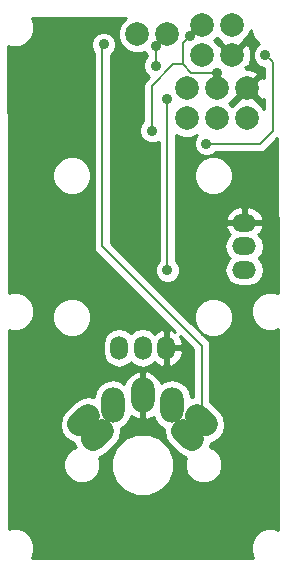
<source format=gbr>
G04 #@! TF.FileFunction,Copper,L2,Bot,Signal*
%FSLAX46Y46*%
G04 Gerber Fmt 4.6, Leading zero omitted, Abs format (unit mm)*
G04 Created by KiCad (PCBNEW 4.0.1-stable) date 2018/04/09 0:13:58*
%MOMM*%
G01*
G04 APERTURE LIST*
%ADD10C,0.100000*%
%ADD11C,2.000000*%
%ADD12C,2.000000*%
%ADD13O,2.000000X3.000000*%
%ADD14O,1.500000X2.000000*%
%ADD15O,2.000000X1.500000*%
%ADD16C,0.889000*%
%ADD17C,0.203200*%
%ADD18C,0.254000*%
G04 APERTURE END LIST*
D10*
D11*
X148030000Y-92500000D03*
X150570000Y-92500000D03*
X157340000Y-99670000D03*
X157340000Y-97130000D03*
X152260000Y-99670000D03*
X152260000Y-97130000D03*
X154800000Y-99670000D03*
X154800000Y-97130000D03*
X153520000Y-91800000D03*
X156060000Y-91800000D03*
X153520000Y-94340000D03*
X156060000Y-94340000D03*
D12*
X153146447Y-124846447D02*
X153853553Y-125553553D01*
X143146447Y-125553553D02*
X143853553Y-124846447D01*
D13*
X148500000Y-123100000D03*
D12*
X151956447Y-126106447D02*
X152663553Y-126813553D01*
D13*
X145960000Y-123920000D03*
X150980000Y-123920000D03*
D12*
X144336447Y-126813553D02*
X145043553Y-126106447D01*
D14*
X146500000Y-119100000D03*
X150500000Y-119100000D03*
D15*
X157100000Y-108500000D03*
X157100000Y-112500000D03*
D14*
X148500000Y-119100000D03*
D15*
X157100000Y-110500000D03*
D16*
X147700000Y-104800000D03*
X152600000Y-114700000D03*
X157100000Y-122000000D03*
X156900000Y-131700000D03*
X154000000Y-134600000D03*
X142900000Y-134700000D03*
X139500000Y-131600000D03*
X152800000Y-108500000D03*
X159000000Y-104900000D03*
X143500000Y-121700000D03*
X139450000Y-111700000D03*
X139450000Y-101400000D03*
X149600000Y-93500000D03*
X149600000Y-95200000D03*
X150600000Y-112500000D03*
X150600000Y-98000000D03*
X158900000Y-94300000D03*
X153900000Y-101800000D03*
X149300000Y-100700000D03*
X152500000Y-92700000D03*
X154800000Y-95800000D03*
X145200000Y-93400000D03*
D17*
X147700000Y-111500000D02*
X147700000Y-104800000D01*
X150900000Y-114700000D02*
X147700000Y-111500000D01*
X152600000Y-114700000D02*
X150900000Y-114700000D01*
X139500000Y-120000000D02*
X139500000Y-131600000D01*
X157100000Y-131500000D02*
X157100000Y-122000000D01*
X156900000Y-131700000D02*
X157100000Y-131500000D01*
X143000000Y-134600000D02*
X154000000Y-134600000D01*
X142900000Y-134700000D02*
X143000000Y-134600000D01*
X139450000Y-111700000D02*
X139500000Y-111700000D01*
X139450000Y-101400000D02*
X139500000Y-101400000D01*
X149600000Y-93500000D02*
X149600000Y-95200000D01*
X150600000Y-98000000D02*
X150600000Y-112500000D01*
X158900000Y-94300000D02*
X159500000Y-94900000D01*
X159500000Y-94900000D02*
X159500000Y-100700000D01*
X159500000Y-100700000D02*
X158400000Y-101800000D01*
X158400000Y-101800000D02*
X153900000Y-101800000D01*
X149300000Y-100700000D02*
X149300000Y-96900000D01*
X149300000Y-96900000D02*
X151100000Y-95100000D01*
X151100000Y-95100000D02*
X151900000Y-95100000D01*
X152500000Y-92700000D02*
X151900000Y-93300000D01*
X151900000Y-93300000D02*
X151900000Y-95100000D01*
X151900000Y-95100000D02*
X152600000Y-95800000D01*
X152600000Y-95800000D02*
X154800000Y-95800000D01*
X153500000Y-118900000D02*
X153500000Y-125200000D01*
X145100000Y-110500000D02*
X153500000Y-118900000D01*
X145100000Y-93500000D02*
X145100000Y-110500000D01*
X145200000Y-93400000D02*
X145100000Y-93500000D01*
D18*
G36*
X146644722Y-91572637D02*
X146395284Y-92173352D01*
X146394716Y-92823795D01*
X146643106Y-93424943D01*
X147102637Y-93885278D01*
X147703352Y-94134716D01*
X148353795Y-94135284D01*
X148644792Y-94015046D01*
X148684311Y-94110689D01*
X148863400Y-94290091D01*
X148863400Y-94410002D01*
X148685378Y-94587714D01*
X148520687Y-94984332D01*
X148520313Y-95413784D01*
X148684311Y-95810689D01*
X148987714Y-96114622D01*
X149027251Y-96131039D01*
X148779145Y-96379145D01*
X148619470Y-96618115D01*
X148563400Y-96900000D01*
X148563400Y-99910002D01*
X148385378Y-100087714D01*
X148220687Y-100484332D01*
X148220313Y-100913784D01*
X148384311Y-101310689D01*
X148687714Y-101614622D01*
X149084332Y-101779313D01*
X149513784Y-101779687D01*
X149863400Y-101635228D01*
X149863400Y-111710002D01*
X149685378Y-111887714D01*
X149520687Y-112284332D01*
X149520313Y-112713784D01*
X149684311Y-113110689D01*
X149987714Y-113414622D01*
X150384332Y-113579313D01*
X150813784Y-113579687D01*
X151210689Y-113415689D01*
X151514622Y-113112286D01*
X151679313Y-112715668D01*
X151679687Y-112286216D01*
X151515689Y-111889311D01*
X151336600Y-111709909D01*
X151336600Y-110500000D01*
X155432968Y-110500000D01*
X155538395Y-111030017D01*
X155838625Y-111479343D01*
X155869540Y-111500000D01*
X155838625Y-111520657D01*
X155538395Y-111969983D01*
X155432968Y-112500000D01*
X155538395Y-113030017D01*
X155838625Y-113479343D01*
X156287951Y-113779573D01*
X156817968Y-113885000D01*
X157382032Y-113885000D01*
X157912049Y-113779573D01*
X158361375Y-113479343D01*
X158661605Y-113030017D01*
X158767032Y-112500000D01*
X158661605Y-111969983D01*
X158361375Y-111520657D01*
X158330460Y-111500000D01*
X158361375Y-111479343D01*
X158661605Y-111030017D01*
X158767032Y-110500000D01*
X158661605Y-109969983D01*
X158361375Y-109520657D01*
X158311546Y-109487362D01*
X158402736Y-109416894D01*
X158673481Y-108944235D01*
X158692318Y-108841185D01*
X158569656Y-108627000D01*
X157227000Y-108627000D01*
X157227000Y-108647000D01*
X156973000Y-108647000D01*
X156973000Y-108627000D01*
X155630344Y-108627000D01*
X155507682Y-108841185D01*
X155526519Y-108944235D01*
X155797264Y-109416894D01*
X155888454Y-109487362D01*
X155838625Y-109520657D01*
X155538395Y-109969983D01*
X155432968Y-110500000D01*
X151336600Y-110500000D01*
X151336600Y-108158815D01*
X155507682Y-108158815D01*
X155630344Y-108373000D01*
X156973000Y-108373000D01*
X156973000Y-107268132D01*
X157227000Y-107268132D01*
X157227000Y-108373000D01*
X158569656Y-108373000D01*
X158692318Y-108158815D01*
X158673481Y-108055765D01*
X158402736Y-107583106D01*
X157971721Y-107250036D01*
X157446055Y-107107261D01*
X157227000Y-107268132D01*
X156973000Y-107268132D01*
X156753945Y-107107261D01*
X156228279Y-107250036D01*
X155797264Y-107583106D01*
X155526519Y-108055765D01*
X155507682Y-108158815D01*
X151336600Y-108158815D01*
X151336600Y-104824785D01*
X152859716Y-104824785D01*
X153108865Y-105427771D01*
X153569802Y-105889513D01*
X154172353Y-106139714D01*
X154824785Y-106140284D01*
X155427771Y-105891135D01*
X155889513Y-105430198D01*
X156139714Y-104827647D01*
X156140284Y-104175215D01*
X155891135Y-103572229D01*
X155430198Y-103110487D01*
X154827647Y-102860286D01*
X154175215Y-102859716D01*
X153572229Y-103108865D01*
X153110487Y-103569802D01*
X152860286Y-104172353D01*
X152859716Y-104824785D01*
X151336600Y-104824785D01*
X151336600Y-101056924D01*
X151933352Y-101304716D01*
X152583795Y-101305284D01*
X153068038Y-101105198D01*
X152985378Y-101187714D01*
X152820687Y-101584332D01*
X152820313Y-102013784D01*
X152984311Y-102410689D01*
X153287714Y-102714622D01*
X153684332Y-102879313D01*
X154113784Y-102879687D01*
X154510689Y-102715689D01*
X154690091Y-102536600D01*
X158400000Y-102536600D01*
X158681885Y-102480530D01*
X158920855Y-102320855D01*
X159895491Y-101346219D01*
X159924050Y-114483363D01*
X159627647Y-114360286D01*
X158975215Y-114359716D01*
X158372229Y-114608865D01*
X157910487Y-115069802D01*
X157660286Y-115672353D01*
X157659716Y-116324785D01*
X157908865Y-116927771D01*
X158369802Y-117389513D01*
X158972353Y-117639714D01*
X159624785Y-117640284D01*
X159930638Y-117513908D01*
X159967567Y-134501433D01*
X159627647Y-134360286D01*
X158975215Y-134359716D01*
X158372229Y-134608865D01*
X157910487Y-135069802D01*
X157660286Y-135672353D01*
X157659716Y-136324785D01*
X157886234Y-136873000D01*
X139113264Y-136873000D01*
X139339714Y-136327647D01*
X139340284Y-135675215D01*
X139091135Y-135072229D01*
X138630198Y-134610487D01*
X138027647Y-134360286D01*
X137375215Y-134359716D01*
X137221399Y-134423271D01*
X137202182Y-125583130D01*
X141481869Y-125583130D01*
X141606327Y-126208818D01*
X141960750Y-126739250D01*
X142491182Y-127093673D01*
X142731202Y-127141416D01*
X142796327Y-127468818D01*
X142830231Y-127519559D01*
X142408800Y-127693691D01*
X141975213Y-128126521D01*
X141740268Y-128692331D01*
X141739734Y-129304981D01*
X141973691Y-129871200D01*
X142406521Y-130304787D01*
X142972331Y-130539732D01*
X143584981Y-130540266D01*
X143645650Y-130515198D01*
X143720030Y-130515263D01*
X144277058Y-130285104D01*
X144703606Y-129859299D01*
X144843322Y-129522825D01*
X145859542Y-129522825D01*
X146260612Y-130493486D01*
X147002607Y-131236778D01*
X147972568Y-131639541D01*
X149022825Y-131640458D01*
X149993486Y-131239388D01*
X150736778Y-130497393D01*
X151139541Y-129527432D01*
X151140458Y-128477175D01*
X150739388Y-127506514D01*
X149997393Y-126763222D01*
X149027432Y-126360459D01*
X147977175Y-126359542D01*
X147006514Y-126760612D01*
X146263222Y-127502607D01*
X145860459Y-128472568D01*
X145859542Y-129522825D01*
X144843322Y-129522825D01*
X144934737Y-129302674D01*
X144935263Y-128699970D01*
X144802838Y-128379476D01*
X144932558Y-128353673D01*
X145462990Y-127999250D01*
X146229249Y-127232990D01*
X146583673Y-126702558D01*
X146708130Y-126076870D01*
X146675418Y-125912414D01*
X147116120Y-125617947D01*
X147470543Y-125087514D01*
X147510069Y-124888803D01*
X147991645Y-125159144D01*
X148119566Y-125190124D01*
X148373000Y-125070777D01*
X148373000Y-123227000D01*
X148353000Y-123227000D01*
X148353000Y-122973000D01*
X148373000Y-122973000D01*
X148373000Y-121129223D01*
X148119566Y-121009876D01*
X147991645Y-121040856D01*
X147433683Y-121354078D01*
X147038058Y-121856980D01*
X146964044Y-122120440D01*
X146585687Y-121867630D01*
X145960000Y-121743173D01*
X145334313Y-121867630D01*
X144803880Y-122222053D01*
X144449457Y-122752486D01*
X144345743Y-123273890D01*
X143883130Y-123181870D01*
X143257442Y-123306327D01*
X142727010Y-123660751D01*
X141960750Y-124427010D01*
X141606327Y-124957442D01*
X141481869Y-125583130D01*
X137202182Y-125583130D01*
X137187475Y-118817968D01*
X145115000Y-118817968D01*
X145115000Y-119382032D01*
X145220427Y-119912049D01*
X145520657Y-120361375D01*
X145969983Y-120661605D01*
X146500000Y-120767032D01*
X147030017Y-120661605D01*
X147479343Y-120361375D01*
X147500000Y-120330460D01*
X147520657Y-120361375D01*
X147969983Y-120661605D01*
X148500000Y-120767032D01*
X149030017Y-120661605D01*
X149479343Y-120361375D01*
X149512638Y-120311546D01*
X149583106Y-120402736D01*
X150055765Y-120673481D01*
X150158815Y-120692318D01*
X150373000Y-120569656D01*
X150373000Y-119227000D01*
X150627000Y-119227000D01*
X150627000Y-120569656D01*
X150841185Y-120692318D01*
X150944235Y-120673481D01*
X151416894Y-120402736D01*
X151749964Y-119971721D01*
X151892739Y-119446055D01*
X151731868Y-119227000D01*
X150627000Y-119227000D01*
X150373000Y-119227000D01*
X150353000Y-119227000D01*
X150353000Y-118973000D01*
X150373000Y-118973000D01*
X150373000Y-117630344D01*
X150158815Y-117507682D01*
X150055765Y-117526519D01*
X149583106Y-117797264D01*
X149512638Y-117888454D01*
X149479343Y-117838625D01*
X149030017Y-117538395D01*
X148500000Y-117432968D01*
X147969983Y-117538395D01*
X147520657Y-117838625D01*
X147500000Y-117869540D01*
X147479343Y-117838625D01*
X147030017Y-117538395D01*
X146500000Y-117432968D01*
X145969983Y-117538395D01*
X145520657Y-117838625D01*
X145220427Y-118287951D01*
X145115000Y-118817968D01*
X137187475Y-118817968D01*
X137184744Y-117561812D01*
X137372353Y-117639714D01*
X138024785Y-117640284D01*
X138627771Y-117391135D01*
X139089513Y-116930198D01*
X139133284Y-116824785D01*
X140859716Y-116824785D01*
X141108865Y-117427771D01*
X141569802Y-117889513D01*
X142172353Y-118139714D01*
X142824785Y-118140284D01*
X143427771Y-117891135D01*
X143889513Y-117430198D01*
X144139714Y-116827647D01*
X144140284Y-116175215D01*
X143891135Y-115572229D01*
X143430198Y-115110487D01*
X142827647Y-114860286D01*
X142175215Y-114859716D01*
X141572229Y-115108865D01*
X141110487Y-115569802D01*
X140860286Y-116172353D01*
X140859716Y-116824785D01*
X139133284Y-116824785D01*
X139339714Y-116327647D01*
X139340284Y-115675215D01*
X139091135Y-115072229D01*
X138630198Y-114610487D01*
X138027647Y-114360286D01*
X137375215Y-114359716D01*
X137177960Y-114441220D01*
X137157055Y-104824785D01*
X140859716Y-104824785D01*
X141108865Y-105427771D01*
X141569802Y-105889513D01*
X142172353Y-106139714D01*
X142824785Y-106140284D01*
X143427771Y-105891135D01*
X143889513Y-105430198D01*
X144139714Y-104827647D01*
X144140284Y-104175215D01*
X143891135Y-103572229D01*
X143430198Y-103110487D01*
X142827647Y-102860286D01*
X142175215Y-102859716D01*
X141572229Y-103108865D01*
X141110487Y-103569802D01*
X140860286Y-104172353D01*
X140859716Y-104824785D01*
X137157055Y-104824785D01*
X137132523Y-93540128D01*
X137372353Y-93639714D01*
X138024785Y-93640284D01*
X138088919Y-93613784D01*
X144120313Y-93613784D01*
X144284311Y-94010689D01*
X144363400Y-94089916D01*
X144363400Y-110500000D01*
X144419470Y-110781885D01*
X144579145Y-111020855D01*
X151273304Y-117715014D01*
X150944235Y-117526519D01*
X150841185Y-117507682D01*
X150627000Y-117630344D01*
X150627000Y-118973000D01*
X151731868Y-118973000D01*
X151892739Y-118753945D01*
X151749964Y-118228279D01*
X151625486Y-118067196D01*
X152763400Y-119205110D01*
X152763400Y-123252179D01*
X152596540Y-123285370D01*
X152490543Y-122752486D01*
X152136120Y-122222053D01*
X151605687Y-121867630D01*
X150980000Y-121743173D01*
X150354313Y-121867630D01*
X150026473Y-122086685D01*
X149961942Y-121856980D01*
X149566317Y-121354078D01*
X149008355Y-121040856D01*
X148880434Y-121009876D01*
X148627000Y-121129223D01*
X148627000Y-122973000D01*
X148647000Y-122973000D01*
X148647000Y-123227000D01*
X148627000Y-123227000D01*
X148627000Y-125070777D01*
X148880434Y-125190124D01*
X149008355Y-125159144D01*
X149435958Y-124919102D01*
X149469457Y-125087514D01*
X149823880Y-125617947D01*
X150317543Y-125947801D01*
X150291869Y-126076870D01*
X150416327Y-126702558D01*
X150770750Y-127232990D01*
X151537010Y-127999249D01*
X152067442Y-128353673D01*
X152197240Y-128379491D01*
X152065263Y-128697326D01*
X152064737Y-129300030D01*
X152294896Y-129857058D01*
X152720701Y-130283606D01*
X153277326Y-130514737D01*
X153352294Y-130514802D01*
X153412331Y-130539732D01*
X154024981Y-130540266D01*
X154591200Y-130306309D01*
X155024787Y-129873479D01*
X155259732Y-129307669D01*
X155260266Y-128695019D01*
X155026309Y-128128800D01*
X154593479Y-127695213D01*
X154169918Y-127519335D01*
X154203673Y-127468817D01*
X154268797Y-127141416D01*
X154508817Y-127093673D01*
X155039249Y-126739249D01*
X155393673Y-126208817D01*
X155518130Y-125583130D01*
X155393673Y-124957442D01*
X155039249Y-124427010D01*
X154272990Y-123660750D01*
X154236600Y-123636435D01*
X154236600Y-118900000D01*
X154180530Y-118618115D01*
X154020855Y-118379145D01*
X152466495Y-116824785D01*
X152859716Y-116824785D01*
X153108865Y-117427771D01*
X153569802Y-117889513D01*
X154172353Y-118139714D01*
X154824785Y-118140284D01*
X155427771Y-117891135D01*
X155889513Y-117430198D01*
X156139714Y-116827647D01*
X156140284Y-116175215D01*
X155891135Y-115572229D01*
X155430198Y-115110487D01*
X154827647Y-114860286D01*
X154175215Y-114859716D01*
X153572229Y-115108865D01*
X153110487Y-115569802D01*
X152860286Y-116172353D01*
X152859716Y-116824785D01*
X152466495Y-116824785D01*
X145836600Y-110194890D01*
X145836600Y-94289823D01*
X146114622Y-94012286D01*
X146279313Y-93615668D01*
X146279687Y-93186216D01*
X146115689Y-92789311D01*
X145812286Y-92485378D01*
X145415668Y-92320687D01*
X144986216Y-92320313D01*
X144589311Y-92484311D01*
X144285378Y-92787714D01*
X144120687Y-93184332D01*
X144120313Y-93613784D01*
X138088919Y-93613784D01*
X138627771Y-93391135D01*
X139089513Y-92930198D01*
X139339714Y-92327647D01*
X139340284Y-91675215D01*
X139113766Y-91127000D01*
X147091139Y-91127000D01*
X146644722Y-91572637D01*
X146644722Y-91572637D01*
G37*
X146644722Y-91572637D02*
X146395284Y-92173352D01*
X146394716Y-92823795D01*
X146643106Y-93424943D01*
X147102637Y-93885278D01*
X147703352Y-94134716D01*
X148353795Y-94135284D01*
X148644792Y-94015046D01*
X148684311Y-94110689D01*
X148863400Y-94290091D01*
X148863400Y-94410002D01*
X148685378Y-94587714D01*
X148520687Y-94984332D01*
X148520313Y-95413784D01*
X148684311Y-95810689D01*
X148987714Y-96114622D01*
X149027251Y-96131039D01*
X148779145Y-96379145D01*
X148619470Y-96618115D01*
X148563400Y-96900000D01*
X148563400Y-99910002D01*
X148385378Y-100087714D01*
X148220687Y-100484332D01*
X148220313Y-100913784D01*
X148384311Y-101310689D01*
X148687714Y-101614622D01*
X149084332Y-101779313D01*
X149513784Y-101779687D01*
X149863400Y-101635228D01*
X149863400Y-111710002D01*
X149685378Y-111887714D01*
X149520687Y-112284332D01*
X149520313Y-112713784D01*
X149684311Y-113110689D01*
X149987714Y-113414622D01*
X150384332Y-113579313D01*
X150813784Y-113579687D01*
X151210689Y-113415689D01*
X151514622Y-113112286D01*
X151679313Y-112715668D01*
X151679687Y-112286216D01*
X151515689Y-111889311D01*
X151336600Y-111709909D01*
X151336600Y-110500000D01*
X155432968Y-110500000D01*
X155538395Y-111030017D01*
X155838625Y-111479343D01*
X155869540Y-111500000D01*
X155838625Y-111520657D01*
X155538395Y-111969983D01*
X155432968Y-112500000D01*
X155538395Y-113030017D01*
X155838625Y-113479343D01*
X156287951Y-113779573D01*
X156817968Y-113885000D01*
X157382032Y-113885000D01*
X157912049Y-113779573D01*
X158361375Y-113479343D01*
X158661605Y-113030017D01*
X158767032Y-112500000D01*
X158661605Y-111969983D01*
X158361375Y-111520657D01*
X158330460Y-111500000D01*
X158361375Y-111479343D01*
X158661605Y-111030017D01*
X158767032Y-110500000D01*
X158661605Y-109969983D01*
X158361375Y-109520657D01*
X158311546Y-109487362D01*
X158402736Y-109416894D01*
X158673481Y-108944235D01*
X158692318Y-108841185D01*
X158569656Y-108627000D01*
X157227000Y-108627000D01*
X157227000Y-108647000D01*
X156973000Y-108647000D01*
X156973000Y-108627000D01*
X155630344Y-108627000D01*
X155507682Y-108841185D01*
X155526519Y-108944235D01*
X155797264Y-109416894D01*
X155888454Y-109487362D01*
X155838625Y-109520657D01*
X155538395Y-109969983D01*
X155432968Y-110500000D01*
X151336600Y-110500000D01*
X151336600Y-108158815D01*
X155507682Y-108158815D01*
X155630344Y-108373000D01*
X156973000Y-108373000D01*
X156973000Y-107268132D01*
X157227000Y-107268132D01*
X157227000Y-108373000D01*
X158569656Y-108373000D01*
X158692318Y-108158815D01*
X158673481Y-108055765D01*
X158402736Y-107583106D01*
X157971721Y-107250036D01*
X157446055Y-107107261D01*
X157227000Y-107268132D01*
X156973000Y-107268132D01*
X156753945Y-107107261D01*
X156228279Y-107250036D01*
X155797264Y-107583106D01*
X155526519Y-108055765D01*
X155507682Y-108158815D01*
X151336600Y-108158815D01*
X151336600Y-104824785D01*
X152859716Y-104824785D01*
X153108865Y-105427771D01*
X153569802Y-105889513D01*
X154172353Y-106139714D01*
X154824785Y-106140284D01*
X155427771Y-105891135D01*
X155889513Y-105430198D01*
X156139714Y-104827647D01*
X156140284Y-104175215D01*
X155891135Y-103572229D01*
X155430198Y-103110487D01*
X154827647Y-102860286D01*
X154175215Y-102859716D01*
X153572229Y-103108865D01*
X153110487Y-103569802D01*
X152860286Y-104172353D01*
X152859716Y-104824785D01*
X151336600Y-104824785D01*
X151336600Y-101056924D01*
X151933352Y-101304716D01*
X152583795Y-101305284D01*
X153068038Y-101105198D01*
X152985378Y-101187714D01*
X152820687Y-101584332D01*
X152820313Y-102013784D01*
X152984311Y-102410689D01*
X153287714Y-102714622D01*
X153684332Y-102879313D01*
X154113784Y-102879687D01*
X154510689Y-102715689D01*
X154690091Y-102536600D01*
X158400000Y-102536600D01*
X158681885Y-102480530D01*
X158920855Y-102320855D01*
X159895491Y-101346219D01*
X159924050Y-114483363D01*
X159627647Y-114360286D01*
X158975215Y-114359716D01*
X158372229Y-114608865D01*
X157910487Y-115069802D01*
X157660286Y-115672353D01*
X157659716Y-116324785D01*
X157908865Y-116927771D01*
X158369802Y-117389513D01*
X158972353Y-117639714D01*
X159624785Y-117640284D01*
X159930638Y-117513908D01*
X159967567Y-134501433D01*
X159627647Y-134360286D01*
X158975215Y-134359716D01*
X158372229Y-134608865D01*
X157910487Y-135069802D01*
X157660286Y-135672353D01*
X157659716Y-136324785D01*
X157886234Y-136873000D01*
X139113264Y-136873000D01*
X139339714Y-136327647D01*
X139340284Y-135675215D01*
X139091135Y-135072229D01*
X138630198Y-134610487D01*
X138027647Y-134360286D01*
X137375215Y-134359716D01*
X137221399Y-134423271D01*
X137202182Y-125583130D01*
X141481869Y-125583130D01*
X141606327Y-126208818D01*
X141960750Y-126739250D01*
X142491182Y-127093673D01*
X142731202Y-127141416D01*
X142796327Y-127468818D01*
X142830231Y-127519559D01*
X142408800Y-127693691D01*
X141975213Y-128126521D01*
X141740268Y-128692331D01*
X141739734Y-129304981D01*
X141973691Y-129871200D01*
X142406521Y-130304787D01*
X142972331Y-130539732D01*
X143584981Y-130540266D01*
X143645650Y-130515198D01*
X143720030Y-130515263D01*
X144277058Y-130285104D01*
X144703606Y-129859299D01*
X144843322Y-129522825D01*
X145859542Y-129522825D01*
X146260612Y-130493486D01*
X147002607Y-131236778D01*
X147972568Y-131639541D01*
X149022825Y-131640458D01*
X149993486Y-131239388D01*
X150736778Y-130497393D01*
X151139541Y-129527432D01*
X151140458Y-128477175D01*
X150739388Y-127506514D01*
X149997393Y-126763222D01*
X149027432Y-126360459D01*
X147977175Y-126359542D01*
X147006514Y-126760612D01*
X146263222Y-127502607D01*
X145860459Y-128472568D01*
X145859542Y-129522825D01*
X144843322Y-129522825D01*
X144934737Y-129302674D01*
X144935263Y-128699970D01*
X144802838Y-128379476D01*
X144932558Y-128353673D01*
X145462990Y-127999250D01*
X146229249Y-127232990D01*
X146583673Y-126702558D01*
X146708130Y-126076870D01*
X146675418Y-125912414D01*
X147116120Y-125617947D01*
X147470543Y-125087514D01*
X147510069Y-124888803D01*
X147991645Y-125159144D01*
X148119566Y-125190124D01*
X148373000Y-125070777D01*
X148373000Y-123227000D01*
X148353000Y-123227000D01*
X148353000Y-122973000D01*
X148373000Y-122973000D01*
X148373000Y-121129223D01*
X148119566Y-121009876D01*
X147991645Y-121040856D01*
X147433683Y-121354078D01*
X147038058Y-121856980D01*
X146964044Y-122120440D01*
X146585687Y-121867630D01*
X145960000Y-121743173D01*
X145334313Y-121867630D01*
X144803880Y-122222053D01*
X144449457Y-122752486D01*
X144345743Y-123273890D01*
X143883130Y-123181870D01*
X143257442Y-123306327D01*
X142727010Y-123660751D01*
X141960750Y-124427010D01*
X141606327Y-124957442D01*
X141481869Y-125583130D01*
X137202182Y-125583130D01*
X137187475Y-118817968D01*
X145115000Y-118817968D01*
X145115000Y-119382032D01*
X145220427Y-119912049D01*
X145520657Y-120361375D01*
X145969983Y-120661605D01*
X146500000Y-120767032D01*
X147030017Y-120661605D01*
X147479343Y-120361375D01*
X147500000Y-120330460D01*
X147520657Y-120361375D01*
X147969983Y-120661605D01*
X148500000Y-120767032D01*
X149030017Y-120661605D01*
X149479343Y-120361375D01*
X149512638Y-120311546D01*
X149583106Y-120402736D01*
X150055765Y-120673481D01*
X150158815Y-120692318D01*
X150373000Y-120569656D01*
X150373000Y-119227000D01*
X150627000Y-119227000D01*
X150627000Y-120569656D01*
X150841185Y-120692318D01*
X150944235Y-120673481D01*
X151416894Y-120402736D01*
X151749964Y-119971721D01*
X151892739Y-119446055D01*
X151731868Y-119227000D01*
X150627000Y-119227000D01*
X150373000Y-119227000D01*
X150353000Y-119227000D01*
X150353000Y-118973000D01*
X150373000Y-118973000D01*
X150373000Y-117630344D01*
X150158815Y-117507682D01*
X150055765Y-117526519D01*
X149583106Y-117797264D01*
X149512638Y-117888454D01*
X149479343Y-117838625D01*
X149030017Y-117538395D01*
X148500000Y-117432968D01*
X147969983Y-117538395D01*
X147520657Y-117838625D01*
X147500000Y-117869540D01*
X147479343Y-117838625D01*
X147030017Y-117538395D01*
X146500000Y-117432968D01*
X145969983Y-117538395D01*
X145520657Y-117838625D01*
X145220427Y-118287951D01*
X145115000Y-118817968D01*
X137187475Y-118817968D01*
X137184744Y-117561812D01*
X137372353Y-117639714D01*
X138024785Y-117640284D01*
X138627771Y-117391135D01*
X139089513Y-116930198D01*
X139133284Y-116824785D01*
X140859716Y-116824785D01*
X141108865Y-117427771D01*
X141569802Y-117889513D01*
X142172353Y-118139714D01*
X142824785Y-118140284D01*
X143427771Y-117891135D01*
X143889513Y-117430198D01*
X144139714Y-116827647D01*
X144140284Y-116175215D01*
X143891135Y-115572229D01*
X143430198Y-115110487D01*
X142827647Y-114860286D01*
X142175215Y-114859716D01*
X141572229Y-115108865D01*
X141110487Y-115569802D01*
X140860286Y-116172353D01*
X140859716Y-116824785D01*
X139133284Y-116824785D01*
X139339714Y-116327647D01*
X139340284Y-115675215D01*
X139091135Y-115072229D01*
X138630198Y-114610487D01*
X138027647Y-114360286D01*
X137375215Y-114359716D01*
X137177960Y-114441220D01*
X137157055Y-104824785D01*
X140859716Y-104824785D01*
X141108865Y-105427771D01*
X141569802Y-105889513D01*
X142172353Y-106139714D01*
X142824785Y-106140284D01*
X143427771Y-105891135D01*
X143889513Y-105430198D01*
X144139714Y-104827647D01*
X144140284Y-104175215D01*
X143891135Y-103572229D01*
X143430198Y-103110487D01*
X142827647Y-102860286D01*
X142175215Y-102859716D01*
X141572229Y-103108865D01*
X141110487Y-103569802D01*
X140860286Y-104172353D01*
X140859716Y-104824785D01*
X137157055Y-104824785D01*
X137132523Y-93540128D01*
X137372353Y-93639714D01*
X138024785Y-93640284D01*
X138088919Y-93613784D01*
X144120313Y-93613784D01*
X144284311Y-94010689D01*
X144363400Y-94089916D01*
X144363400Y-110500000D01*
X144419470Y-110781885D01*
X144579145Y-111020855D01*
X151273304Y-117715014D01*
X150944235Y-117526519D01*
X150841185Y-117507682D01*
X150627000Y-117630344D01*
X150627000Y-118973000D01*
X151731868Y-118973000D01*
X151892739Y-118753945D01*
X151749964Y-118228279D01*
X151625486Y-118067196D01*
X152763400Y-119205110D01*
X152763400Y-123252179D01*
X152596540Y-123285370D01*
X152490543Y-122752486D01*
X152136120Y-122222053D01*
X151605687Y-121867630D01*
X150980000Y-121743173D01*
X150354313Y-121867630D01*
X150026473Y-122086685D01*
X149961942Y-121856980D01*
X149566317Y-121354078D01*
X149008355Y-121040856D01*
X148880434Y-121009876D01*
X148627000Y-121129223D01*
X148627000Y-122973000D01*
X148647000Y-122973000D01*
X148647000Y-123227000D01*
X148627000Y-123227000D01*
X148627000Y-125070777D01*
X148880434Y-125190124D01*
X149008355Y-125159144D01*
X149435958Y-124919102D01*
X149469457Y-125087514D01*
X149823880Y-125617947D01*
X150317543Y-125947801D01*
X150291869Y-126076870D01*
X150416327Y-126702558D01*
X150770750Y-127232990D01*
X151537010Y-127999249D01*
X152067442Y-128353673D01*
X152197240Y-128379491D01*
X152065263Y-128697326D01*
X152064737Y-129300030D01*
X152294896Y-129857058D01*
X152720701Y-130283606D01*
X153277326Y-130514737D01*
X153352294Y-130514802D01*
X153412331Y-130539732D01*
X154024981Y-130540266D01*
X154591200Y-130306309D01*
X155024787Y-129873479D01*
X155259732Y-129307669D01*
X155260266Y-128695019D01*
X155026309Y-128128800D01*
X154593479Y-127695213D01*
X154169918Y-127519335D01*
X154203673Y-127468817D01*
X154268797Y-127141416D01*
X154508817Y-127093673D01*
X155039249Y-126739249D01*
X155393673Y-126208817D01*
X155518130Y-125583130D01*
X155393673Y-124957442D01*
X155039249Y-124427010D01*
X154272990Y-123660750D01*
X154236600Y-123636435D01*
X154236600Y-118900000D01*
X154180530Y-118618115D01*
X154020855Y-118379145D01*
X152466495Y-116824785D01*
X152859716Y-116824785D01*
X153108865Y-117427771D01*
X153569802Y-117889513D01*
X154172353Y-118139714D01*
X154824785Y-118140284D01*
X155427771Y-117891135D01*
X155889513Y-117430198D01*
X156139714Y-116827647D01*
X156140284Y-116175215D01*
X155891135Y-115572229D01*
X155430198Y-115110487D01*
X154827647Y-114860286D01*
X154175215Y-114859716D01*
X153572229Y-115108865D01*
X153110487Y-115569802D01*
X152860286Y-116172353D01*
X152859716Y-116824785D01*
X152466495Y-116824785D01*
X145836600Y-110194890D01*
X145836600Y-94289823D01*
X146114622Y-94012286D01*
X146279313Y-93615668D01*
X146279687Y-93186216D01*
X146115689Y-92789311D01*
X145812286Y-92485378D01*
X145415668Y-92320687D01*
X144986216Y-92320313D01*
X144589311Y-92484311D01*
X144285378Y-92787714D01*
X144120687Y-93184332D01*
X144120313Y-93613784D01*
X138088919Y-93613784D01*
X138627771Y-93391135D01*
X139089513Y-92930198D01*
X139339714Y-92327647D01*
X139340284Y-91675215D01*
X139113766Y-91127000D01*
X147091139Y-91127000D01*
X146644722Y-91572637D01*
G36*
X157659716Y-92324785D02*
X157908865Y-92927771D01*
X158342620Y-93362284D01*
X158289311Y-93384311D01*
X157985378Y-93687714D01*
X157820687Y-94084332D01*
X157820313Y-94513784D01*
X157984311Y-94910689D01*
X158287714Y-95214622D01*
X158684332Y-95379313D01*
X158763400Y-95379382D01*
X158763400Y-96265424D01*
X158759387Y-96255736D01*
X158492532Y-96157073D01*
X157519605Y-97130000D01*
X158492532Y-98102927D01*
X158759387Y-98004264D01*
X158763400Y-97993462D01*
X158763400Y-98833408D01*
X158726894Y-98745057D01*
X158300022Y-98317438D01*
X158312927Y-98282532D01*
X157340000Y-97309605D01*
X156367073Y-98282532D01*
X156380164Y-98317938D01*
X156069801Y-98627759D01*
X155842241Y-98399801D01*
X156152562Y-98090022D01*
X156187468Y-98102927D01*
X157160395Y-97130000D01*
X157146253Y-97115858D01*
X157325858Y-96936253D01*
X157340000Y-96950395D01*
X158312927Y-95977468D01*
X158214264Y-95710613D01*
X157604539Y-95484092D01*
X157257070Y-95496950D01*
X157326814Y-95427206D01*
X157212534Y-95312926D01*
X157479387Y-95214264D01*
X157705908Y-94604539D01*
X157681856Y-93954540D01*
X157479387Y-93465736D01*
X157212532Y-93367073D01*
X156239605Y-94340000D01*
X156253748Y-94354143D01*
X156074143Y-94533748D01*
X156060000Y-94519605D01*
X156045858Y-94533748D01*
X155866253Y-94354143D01*
X155880395Y-94340000D01*
X154907468Y-93367073D01*
X154872062Y-93380164D01*
X154562241Y-93069801D01*
X154790199Y-92842241D01*
X155099978Y-93152562D01*
X155087073Y-93187468D01*
X156060000Y-94160395D01*
X157032927Y-93187468D01*
X157019836Y-93152062D01*
X157445278Y-92727363D01*
X157659816Y-92210698D01*
X157659716Y-92324785D01*
X157659716Y-92324785D01*
G37*
X157659716Y-92324785D02*
X157908865Y-92927771D01*
X158342620Y-93362284D01*
X158289311Y-93384311D01*
X157985378Y-93687714D01*
X157820687Y-94084332D01*
X157820313Y-94513784D01*
X157984311Y-94910689D01*
X158287714Y-95214622D01*
X158684332Y-95379313D01*
X158763400Y-95379382D01*
X158763400Y-96265424D01*
X158759387Y-96255736D01*
X158492532Y-96157073D01*
X157519605Y-97130000D01*
X158492532Y-98102927D01*
X158759387Y-98004264D01*
X158763400Y-97993462D01*
X158763400Y-98833408D01*
X158726894Y-98745057D01*
X158300022Y-98317438D01*
X158312927Y-98282532D01*
X157340000Y-97309605D01*
X156367073Y-98282532D01*
X156380164Y-98317938D01*
X156069801Y-98627759D01*
X155842241Y-98399801D01*
X156152562Y-98090022D01*
X156187468Y-98102927D01*
X157160395Y-97130000D01*
X157146253Y-97115858D01*
X157325858Y-96936253D01*
X157340000Y-96950395D01*
X158312927Y-95977468D01*
X158214264Y-95710613D01*
X157604539Y-95484092D01*
X157257070Y-95496950D01*
X157326814Y-95427206D01*
X157212534Y-95312926D01*
X157479387Y-95214264D01*
X157705908Y-94604539D01*
X157681856Y-93954540D01*
X157479387Y-93465736D01*
X157212532Y-93367073D01*
X156239605Y-94340000D01*
X156253748Y-94354143D01*
X156074143Y-94533748D01*
X156060000Y-94519605D01*
X156045858Y-94533748D01*
X155866253Y-94354143D01*
X155880395Y-94340000D01*
X154907468Y-93367073D01*
X154872062Y-93380164D01*
X154562241Y-93069801D01*
X154790199Y-92842241D01*
X155099978Y-93152562D01*
X155087073Y-93187468D01*
X156060000Y-94160395D01*
X157032927Y-93187468D01*
X157019836Y-93152062D01*
X157445278Y-92727363D01*
X157659816Y-92210698D01*
X157659716Y-92324785D01*
M02*

</source>
